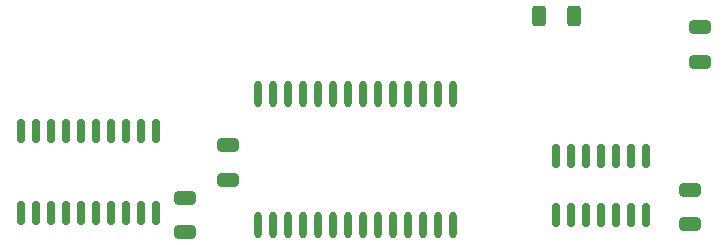
<source format=gtp>
G04 #@! TF.GenerationSoftware,KiCad,Pcbnew,6.0.10-86aedd382b~118~ubuntu20.04.1*
G04 #@! TF.CreationDate,2022-12-28T18:12:39+00:00*
G04 #@! TF.ProjectId,slrm,736c726d-2e6b-4696-9361-645f70636258,rev?*
G04 #@! TF.SameCoordinates,Original*
G04 #@! TF.FileFunction,Paste,Top*
G04 #@! TF.FilePolarity,Positive*
%FSLAX46Y46*%
G04 Gerber Fmt 4.6, Leading zero omitted, Abs format (unit mm)*
G04 Created by KiCad (PCBNEW 6.0.10-86aedd382b~118~ubuntu20.04.1) date 2022-12-28 18:12:39*
%MOMM*%
%LPD*%
G01*
G04 APERTURE LIST*
G04 Aperture macros list*
%AMRoundRect*
0 Rectangle with rounded corners*
0 $1 Rounding radius*
0 $2 $3 $4 $5 $6 $7 $8 $9 X,Y pos of 4 corners*
0 Add a 4 corners polygon primitive as box body*
4,1,4,$2,$3,$4,$5,$6,$7,$8,$9,$2,$3,0*
0 Add four circle primitives for the rounded corners*
1,1,$1+$1,$2,$3*
1,1,$1+$1,$4,$5*
1,1,$1+$1,$6,$7*
1,1,$1+$1,$8,$9*
0 Add four rect primitives between the rounded corners*
20,1,$1+$1,$2,$3,$4,$5,0*
20,1,$1+$1,$4,$5,$6,$7,0*
20,1,$1+$1,$6,$7,$8,$9,0*
20,1,$1+$1,$8,$9,$2,$3,0*%
G04 Aperture macros list end*
%ADD10RoundRect,0.250000X-0.312500X-0.625000X0.312500X-0.625000X0.312500X0.625000X-0.312500X0.625000X0*%
%ADD11RoundRect,0.250000X0.650000X-0.325000X0.650000X0.325000X-0.650000X0.325000X-0.650000X-0.325000X0*%
%ADD12O,0.600000X2.250000*%
%ADD13RoundRect,0.150000X-0.150000X0.837500X-0.150000X-0.837500X0.150000X-0.837500X0.150000X0.837500X0*%
%ADD14RoundRect,0.150000X-0.150000X0.825000X-0.150000X-0.825000X0.150000X-0.825000X0.150000X0.825000X0*%
%ADD15RoundRect,0.250000X-0.650000X0.325000X-0.650000X-0.325000X0.650000X-0.325000X0.650000X0.325000X0*%
G04 APERTURE END LIST*
D10*
X166277500Y-85800000D03*
X169202500Y-85800000D03*
D11*
X179870000Y-89725000D03*
X179870000Y-86775000D03*
D12*
X142493809Y-103550000D03*
X143763809Y-103550000D03*
X145033809Y-103550000D03*
X146303809Y-103550000D03*
X147573809Y-103550000D03*
X148843809Y-103550000D03*
X150113809Y-103550000D03*
X151383809Y-103550000D03*
X152653809Y-103550000D03*
X153923809Y-103550000D03*
X155193809Y-103550000D03*
X156463809Y-103550000D03*
X157733809Y-103550000D03*
X159003809Y-103550000D03*
X158943809Y-92450000D03*
X157673809Y-92450000D03*
X156403809Y-92450000D03*
X155133809Y-92450000D03*
X153863809Y-92450000D03*
X152593809Y-92450000D03*
X151323809Y-92450000D03*
X150053809Y-92450000D03*
X148783809Y-92450000D03*
X147513809Y-92450000D03*
X146243809Y-92450000D03*
X144973809Y-92450000D03*
X143703809Y-92450000D03*
X142433809Y-92450000D03*
D11*
X179000000Y-103475000D03*
X179000000Y-100525000D03*
X136300000Y-104150000D03*
X136300000Y-101200000D03*
D13*
X133815000Y-95577500D03*
X132545000Y-95577500D03*
X131275000Y-95577500D03*
X130005000Y-95577500D03*
X128735000Y-95577500D03*
X127465000Y-95577500D03*
X126195000Y-95577500D03*
X124925000Y-95577500D03*
X123655000Y-95577500D03*
X122385000Y-95577500D03*
X122385000Y-102502500D03*
X123655000Y-102502500D03*
X124925000Y-102502500D03*
X126195000Y-102502500D03*
X127465000Y-102502500D03*
X128735000Y-102502500D03*
X130005000Y-102502500D03*
X131275000Y-102502500D03*
X132545000Y-102502500D03*
X133815000Y-102502500D03*
D14*
X175285000Y-97715000D03*
X174015000Y-97715000D03*
X172745000Y-97715000D03*
X171475000Y-97715000D03*
X170205000Y-97715000D03*
X168935000Y-97715000D03*
X167665000Y-97715000D03*
X167665000Y-102665000D03*
X168935000Y-102665000D03*
X170205000Y-102665000D03*
X171475000Y-102665000D03*
X172745000Y-102665000D03*
X174015000Y-102665000D03*
X175285000Y-102665000D03*
D15*
X139900000Y-96789583D03*
X139900000Y-99739583D03*
M02*

</source>
